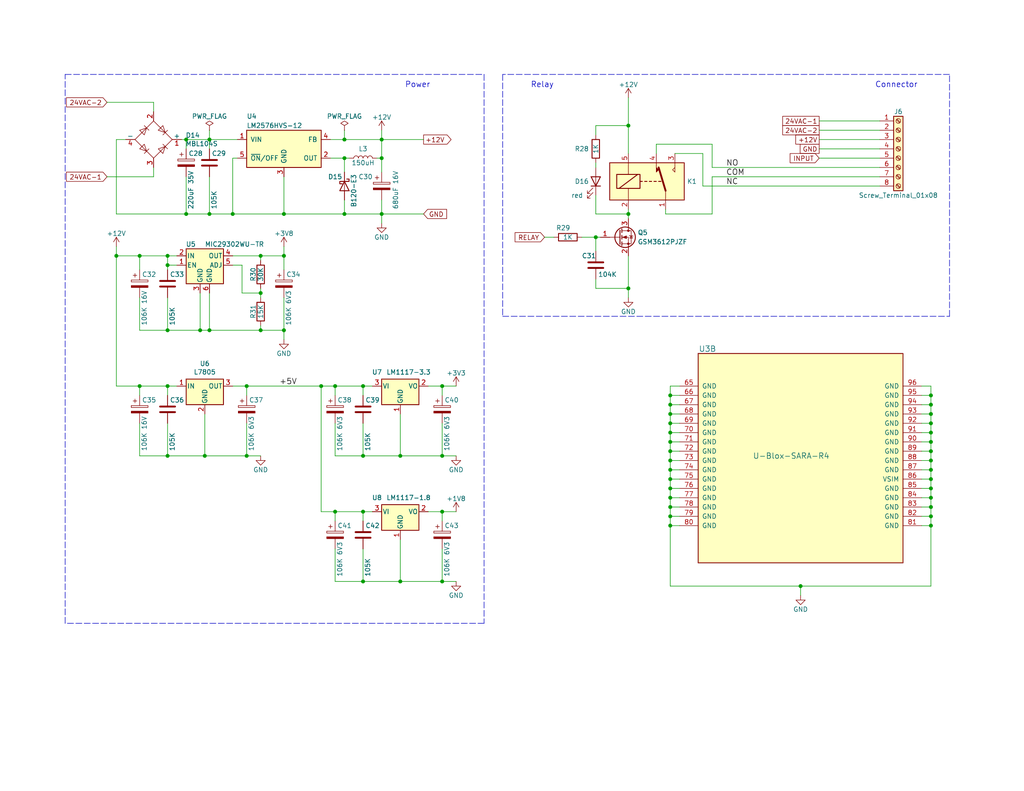
<source format=kicad_sch>
(kicad_sch (version 20211123) (generator eeschema)
  (paper "USLetter")
  (title_block (title "EISScube v.3.0 LTE") (date "2018-03-15") (rev "1.0") (company "IPKeys Technologies, LLC") (comment 1 "Yuriy Kozhynov (ykozhynov@ipkeys.com)"))
  (lib_symbols
    (symbol "Device:C" (pin_numbers hide) (pin_names (offset 0.254))
      (property "Reference" "C" (at 0.635 2.54 0))
      (property "Value" "C" (at 0.635 -2.54 0))
      (symbol "C_0_1"
        (polyline (pts (xy -2.032 -0.762) (xy 2.032 -0.762)) (stroke (width 0.508)))
        (polyline (pts (xy -2.032 0.762) (xy 2.032 0.762)) (stroke (width 0.508)))
      )
      (symbol "C_1_1"
        (pin passive line (at 0 3.81 270) (length 2.794) (name "~") (number "1"))
        (pin passive line (at 0 -3.81 90) (length 2.794) (name "~") (number "2"))
      )
    )
    (symbol "Device:L" (pin_numbers hide) (pin_names (offset 1.016) hide)
      (property "Reference" "L" (at -1.27 0 90))
      (property "Value" "L" (at 1.905 0 90))
      (symbol "L_0_1"
        (arc (start 0 -2.54) (mid 0.635 -1.905) (end 0 -1.27))
        (arc (start 0 -1.27) (mid 0.635 -0.635) (end 0 0))
        (arc (start 0 0) (mid 0.635 0.635) (end 0 1.27))
        (arc (start 0 1.27) (mid 0.635 1.905) (end 0 2.54))
      )
      (symbol "L_1_1"
        (pin passive line (at 0 3.81 270) (length 1.27) (name "1") (number "1"))
        (pin passive line (at 0 -3.81 90) (length 1.27) (name "2") (number "2"))
      )
    )
    (symbol "Device:LED" (pin_numbers hide) (pin_names (offset 1.016) hide)
      (property "Reference" "D" (at 0 2.54 0))
      (property "Value" "LED" (at 0 -2.54 0))
      (symbol "LED_0_1"
        (polyline (pts (xy -1.27 -1.27) (xy -1.27 1.27)) (stroke (width 0.254)))
        (polyline (pts (xy -1.27 0) (xy 1.27 0)))
        (polyline (pts (xy 1.27 -1.27) (xy 1.27 1.27) (xy -1.27 0) (xy 1.27 -1.27)) (stroke (width 0.254)))
        (polyline (pts (xy -3.048 -0.762) (xy -4.572 -2.286) (xy -3.81 -2.286) (xy -4.572 -2.286) (xy -4.572 -1.524)))
        (polyline (pts (xy -1.778 -0.762) (xy -3.302 -2.286) (xy -2.54 -2.286) (xy -3.302 -2.286) (xy -3.302 -1.524)))
      )
      (symbol "LED_1_1"
        (pin passive line (at -3.81 0 0) (length 2.54) (name "K") (number "1"))
        (pin passive line (at 3.81 0 180) (length 2.54) (name "A") (number "2"))
      )
    )
    (symbol "Device:Q_NMOS_GSD" (pin_names (offset 0) hide)
      (property "Reference" "Q" (at 5.08 1.27 0))
      (property "Value" "Q_NMOS_GSD" (at 5.08 -1.27 0))
      (symbol "Q_NMOS_GSD_0_1"
        (polyline (pts (xy 0.254 0) (xy -2.54 0)))
        (polyline (pts (xy 0.254 1.905) (xy 0.254 -1.905)) (stroke (width 0.254)))
        (polyline (pts (xy 0.762 -1.27) (xy 0.762 -2.286)) (stroke (width 0.254)))
        (polyline (pts (xy 0.762 0.508) (xy 0.762 -0.508)) (stroke (width 0.254)))
        (polyline (pts (xy 0.762 2.286) (xy 0.762 1.27)) (stroke (width 0.254)))
        (polyline (pts (xy 2.54 2.54) (xy 2.54 1.778)))
        (polyline (pts (xy 2.54 -2.54) (xy 2.54 0) (xy 0.762 0)))
        (polyline (pts (xy 0.762 -1.778) (xy 3.302 -1.778) (xy 3.302 1.778) (xy 0.762 1.778)))
        (polyline (pts (xy 1.016 0) (xy 2.032 0.381) (xy 2.032 -0.381) (xy 1.016 0)) (fill (type outline)))
        (polyline (pts (xy 2.794 0.508) (xy 2.921 0.381) (xy 3.683 0.381) (xy 3.81 0.254)))
        (polyline (pts (xy 3.302 0.381) (xy 2.921 -0.254) (xy 3.683 -0.254) (xy 3.302 0.381)))
        (circle (center 1.651 0) (radius 2.794) (stroke (width 0.254)))
        (circle (center 2.54 -1.778) (radius 0.254) (fill (type outline)))
        (circle (center 2.54 1.778) (radius 0.254) (fill (type outline)))
      )
      (symbol "Q_NMOS_GSD_1_1"
        (pin input line (at -5.08 0 0) (length 2.54) (name "G") (number "1"))
        (pin passive line (at 2.54 -5.08 90) (length 2.54) (name "S") (number "2"))
        (pin passive line (at 2.54 5.08 270) (length 2.54) (name "D") (number "3"))
      )
    )
    (symbol "Device:R" (pin_numbers hide) (pin_names (offset 0))
      (property "Reference" "R" (at 2.032 0 90))
      (property "Value" "R" (at 0 0 90))
      (symbol "R_0_1"
        (rectangle (start -1.016 -2.54) (end 1.016 2.54) (stroke (width 0.254)))
      )
      (symbol "R_1_1"
        (pin passive line (at 0 3.81 270) (length 1.27) (name "~") (number "1"))
        (pin passive line (at 0 -3.81 90) (length 1.27) (name "~") (number "2"))
      )
    )
    (symbol "Diode:B120-E3" (pin_numbers hide) (pin_names hide)
      (property "Reference" "D" (at 0 2.54 0))
      (property "Value" "B120-E3" (at 0 -2.54 0))
      (symbol "B120-E3_0_1"
        (polyline (pts (xy 1.27 0) (xy -1.27 0)))
        (polyline (pts (xy 1.27 1.27) (xy 1.27 -1.27) (xy -1.27 0) (xy 1.27 1.27)) (stroke (width 0.254)))
        (polyline (pts (xy -1.905 0.635) (xy -1.905 1.27) (xy -1.27 1.27) (xy -1.27 -1.27) (xy -0.635 -1.27) (xy -0.635 -0.635)) (stroke (width 0.254)))
      )
      (symbol "B120-E3_1_1"
        (pin passive line (at -3.81 0 0) (length 2.54) (name "K") (number "1"))
        (pin passive line (at 3.81 0 180) (length 2.54) (name "A") (number "2"))
      )
    )
    (symbol "Diode_Bridge:MBL104S" (pin_names (offset 0))
      (property "Reference" "D" (at 2.54 6.985 0))
      (property "Value" "MBL104S" (at 2.54 5.08 0))
      (symbol "MBL104S_0_1"
        (polyline (pts (xy -2.54 3.81) (xy -1.27 2.54)))
        (polyline (pts (xy -1.27 -2.54) (xy -2.54 -3.81)))
        (polyline (pts (xy 2.54 -1.27) (xy 3.81 -2.54)))
        (polyline (pts (xy 2.54 1.27) (xy 3.81 2.54)))
        (polyline (pts (xy -3.81 2.54) (xy -2.54 1.27) (xy -1.905 3.175) (xy -3.81 2.54)))
        (polyline (pts (xy -2.54 -1.27) (xy -3.81 -2.54) (xy -1.905 -3.175) (xy -2.54 -1.27)))
        (polyline (pts (xy 1.27 2.54) (xy 2.54 3.81) (xy 3.175 1.905) (xy 1.27 2.54)))
        (polyline (pts (xy 3.175 -1.905) (xy 1.27 -2.54) (xy 2.54 -3.81) (xy 3.175 -1.905)))
        (polyline (pts (xy -5.08 0) (xy 0 -5.08) (xy 5.08 0) (xy 0 5.08) (xy -5.08 0)))
      )
      (symbol "MBL104S_1_1"
        (pin passive line (at 7.62 0 180) (length 2.54) (name "+") (number "1"))
        (pin passive line (at 0 7.62 270) (length 2.54) (name "~") (number "2"))
        (pin passive line (at 0 -7.62 90) (length 2.54) (name "~") (number "3"))
        (pin passive line (at -7.62 0 0) (length 2.54) (name "-") (number "4"))
      )
    )
    (symbol "EISScube-v3.0-LTE-rescue:CP-Device" (pin_numbers hide) (pin_names (offset 0.254))
      (property "Reference" "C" (at 0.635 2.54 0))
      (property "Value" "CP-Device" (at 0.635 -2.54 0))
      (symbol "CP-Device_0_1"
        (rectangle (start -2.286 0.508) (end 2.286 1.016))
        (polyline (pts (xy -1.778 2.286) (xy -0.762 2.286)))
        (polyline (pts (xy -1.27 2.794) (xy -1.27 1.778)))
        (rectangle (start 2.286 -0.508) (end -2.286 -1.016) (fill (type outline)))
      )
      (symbol "CP-Device_1_1"
        (pin passive line (at 0 3.81 270) (length 2.794) (name "~") (number "1"))
        (pin passive line (at 0 -3.81 90) (length 2.794) (name "~") (number "2"))
      )
    )
    (symbol "EISScube-v3.0-LTE-rescue:LM1117-1.8-regul" (pin_names (offset 0.254))
      (property "Reference" "U" (at -3.81 3.175 0))
      (property "Value" "EISScube-v3.0-LTE-rescue_LM1117-1.8-regul" (at 0 3.175 0))
      (symbol "LM1117-1.8-regul_0_1"
        (rectangle (start -5.08 -5.08) (end 5.08 1.905) (stroke (width 0.254)) (fill (type background)))
      )
      (symbol "LM1117-1.8-regul_1_1"
        (pin power_in line (at 0 -7.62 90) (length 2.54) (name "GND") (number "1"))
        (pin power_out line (at 7.62 0 180) (length 2.54) (name "VO") (number "2"))
        (pin power_in line (at -7.62 0 0) (length 2.54) (name "VI") (number "3"))
      )
    )
    (symbol "EISScube-v3.0-LTE-rescue:LM1117-3.3-regul" (pin_names (offset 0.254))
      (property "Reference" "U" (at -3.81 3.175 0))
      (property "Value" "EISScube-v3.0-LTE-rescue_LM1117-3.3-regul" (at 0 3.175 0))
      (symbol "LM1117-3.3-regul_0_1"
        (rectangle (start -5.08 -5.08) (end 5.08 1.905) (stroke (width 0.254)) (fill (type background)))
      )
      (symbol "LM1117-3.3-regul_1_1"
        (pin power_in line (at 0 -7.62 90) (length 2.54) (name "GND") (number "1"))
        (pin power_out line (at 7.62 0 180) (length 2.54) (name "VO") (number "2"))
        (pin power_in line (at -7.62 0 0) (length 2.54) (name "VI") (number "3"))
      )
    )
    (symbol "EISScube-v3.0-LTE-rescue:Screw_Terminal_01x08-conn" (pin_names (offset 1.016) hide)
      (property "Reference" "J" (at 0 10.16 0))
      (property "Value" "EISScube-v3.0-LTE-rescue_Screw_Terminal_01x08-conn" (at 0 -12.7 0))
      (symbol "Screw_Terminal_01x08-conn_1_1"
        (rectangle (start -1.27 8.89) (end 1.27 -11.43) (stroke (width 0.254)) (fill (type background)))
        (circle (center 0 -10.16) (radius 0.635) (stroke (width 0.1524)))
        (circle (center 0 -7.62) (radius 0.635) (stroke (width 0.1524)))
        (circle (center 0 -5.08) (radius 0.635) (stroke (width 0.1524)))
        (circle (center 0 -2.54) (radius 0.635) (stroke (width 0.1524)))
        (polyline (pts (xy -0.5334 -9.8298) (xy 0.3302 -10.668)) (stroke (width 0.1524)))
        (polyline (pts (xy -0.5334 -7.2898) (xy 0.3302 -8.128)) (stroke (width 0.1524)))
        (polyline (pts (xy -0.5334 -4.7498) (xy 0.3302 -5.588)) (stroke (width 0.1524)))
        (polyline (pts (xy -0.5334 -2.2098) (xy 0.3302 -3.048)) (stroke (width 0.1524)))
        (polyline (pts (xy -0.5334 0.3302) (xy 0.3302 -0.508)) (stroke (width 0.1524)))
        (polyline (pts (xy -0.5334 2.8702) (xy 0.3302 2.032)) (stroke (width 0.1524)))
        (polyline (pts (xy -0.5334 5.4102) (xy 0.3302 4.572)) (stroke (width 0.1524)))
        (polyline (pts (xy -0.5334 7.9502) (xy 0.3302 7.112)) (stroke (width 0.1524)))
        (polyline (pts (xy -0.3556 -9.652) (xy 0.508 -10.4902)) (stroke (width 0.1524)))
        (polyline (pts (xy -0.3556 -7.112) (xy 0.508 -7.9502)) (stroke (width 0.1524)))
        (polyline (pts (xy -0.3556 -4.572) (xy 0.508 -5.4102)) (stroke (width 0.1524)))
        (polyline (pts (xy -0.3556 -2.032) (xy 0.508 -2.8702)) (stroke (width 0.1524)))
        (polyline (pts (xy -0.3556 0.508) (xy 0.508 -0.3302)) (stroke (width 0.1524)))
        (polyline (pts (xy -0.3556 3.048) (xy 0.508 2.2098)) (stroke (width 0.1524)))
        (polyline (pts (xy -0.3556 5.588) (xy 0.508 4.7498)) (stroke (width 0.1524)))
        (polyline (pts (xy -0.3556 8.128) (xy 0.508 7.2898)) (stroke (width 0.1524)))
        (circle (center 0 0) (radius 0.635) (stroke (width 0.1524)))
        (circle (center 0 2.54) (radius 0.635) (stroke (width 0.1524)))
        (circle (center 0 5.08) (radius 0.635) (stroke (width 0.1524)))
        (circle (center 0 7.62) (radius 0.635) (stroke (width 0.1524)))
        (pin passive line (at -5.08 7.62 0) (length 3.81) (name "Pin_1") (number "1"))
        (pin passive line (at -5.08 5.08 0) (length 3.81) (name "Pin_2") (number "2"))
        (pin passive line (at -5.08 2.54 0) (length 3.81) (name "Pin_3") (number "3"))
        (pin passive line (at -5.08 0 0) (length 3.81) (name "Pin_4") (number "4"))
        (pin passive line (at -5.08 -2.54 0) (length 3.81) (name "Pin_5") (number "5"))
        (pin passive line (at -5.08 -5.08 0) (length 3.81) (name "Pin_6") (number "6"))
        (pin passive line (at -5.08 -7.62 0) (length 3.81) (name "Pin_7") (number "7"))
        (pin passive line (at -5.08 -10.16 0) (length 3.81) (name "Pin_8") (number "8"))
      )
    )
    (symbol "EISScube_LTE:LM2576HVS-12" (pin_names (offset 1.016))
      (property "Reference" "U" (at -10.16 8.89 0))
      (property "Value" "LM2576HVS-12" (at -10.16 6.35 0))
      (symbol "LM2576HVS-12_0_1"
        (rectangle (start -10.16 5.08) (end 10.16 -5.08) (stroke (width 0.254)) (fill (type background)))
      )
      (symbol "LM2576HVS-12_1_1"
        (pin power_in line (at -12.7 2.54 0) (length 2.54) (name "VIN") (number "1"))
        (pin power_out line (at 12.7 -2.54 180) (length 2.54) (name "OUT") (number "2"))
        (pin power_in line (at 0 -7.62 90) (length 2.54) (name "GND") (number "3"))
        (pin input line (at 12.7 2.54 180) (length 2.54) (name "FB") (number "4"))
        (pin input line (at -12.7 -2.54 0) (length 2.54) (name "~{ON}/OFF") (number "5"))
      )
    )
    (symbol "EISScube_LTE:MIC29302WU-TR" (pin_names (offset 0.254))
      (property "Reference" "U" (at -3.81 5.715 0))
      (property "Value" "MIC29302WU-TR" (at 0 5.715 0))
      (symbol "MIC29302WU-TR_0_1"
        (rectangle (start -5.08 4.445) (end 5.08 -5.08) (stroke (width 0.254)) (fill (type background)))
      )
      (symbol "MIC29302WU-TR_1_1"
        (pin input line (at -7.62 0 0) (length 2.54) (name "EN") (number "1"))
        (pin power_in line (at -7.62 2.54 0) (length 2.54) (name "IN") (number "2"))
        (pin power_in line (at -1.27 -7.62 90) (length 2.54) (name "GND") (number "3"))
        (pin power_out line (at 7.62 2.54 180) (length 2.54) (name "OUT") (number "4"))
        (pin input line (at 7.62 0 180) (length 2.54) (name "ADJ") (number "5"))
        (pin power_in line (at 1.27 -7.62 90) (length 2.54) (name "GND") (number "6"))
      )
    )
    (symbol "EISScube_LTE:U-Blox-SARA-R4" (pin_names (offset 1.016))
      (property "Reference" "U" (at -29.21 30.48 0))
      (property "Value" "U-Blox-SARA-R4" (at -6.35 1.27 0))
      (symbol "U-Blox-SARA-R4_0_1"
        (rectangle (start -31.75 29.21) (end 24.13 -27.94) (stroke (width 0.254)) (fill (type background)))
      )
      (symbol "U-Blox-SARA-R4_1_1"
        (pin input line (at -36.83 25.4 0) (length 5.08) (name "GND") (number "1"))
        (pin passive line (at -36.83 2.54 0) (length 5.08) (name "RTS") (number "10"))
        (pin passive line (at -36.83 0 0) (length 5.08) (name "CTS") (number "11"))
        (pin passive line (at -36.83 -2.54 0) (length 5.08) (name "TXD") (number "12"))
        (pin passive line (at -36.83 -5.08 0) (length 5.08) (name "RXD") (number "13"))
        (pin passive line (at -36.83 -7.62 0) (length 5.08) (name "GND") (number "14"))
        (pin passive line (at -36.83 -10.16 0) (length 5.08) (name "PWR_ON") (number "15"))
        (pin passive line (at -36.83 -12.7 0) (length 5.08) (name "GPIO1") (number "16"))
        (pin passive line (at -36.83 -15.24 0) (length 5.08) (name "VUSB_DET") (number "17"))
        (pin passive line (at -36.83 -17.78 0) (length 5.08) (name "RESET_N") (number "18"))
        (pin passive line (at -36.83 -20.32 0) (length 5.08) (name "GPIO6") (number "19"))
        (pin input line (at -36.83 22.86 0) (length 5.08) (name "RSVD") (number "2"))
        (pin passive line (at -36.83 -22.86 0) (length 5.08) (name "GND") (number "20"))
        (pin passive line (at -36.83 -25.4 0) (length 5.08) (name "GND") (number "21"))
        (pin passive line (at -20.32 -33.02 90) (length 5.08) (name "GND") (number "22"))
        (pin passive line (at -17.78 -33.02 90) (length 5.08) (name "GPIO2") (number "23"))
        (pin passive line (at -15.24 -33.02 90) (length 5.08) (name "GPIO3") (number "24"))
        (pin passive line (at -12.7 -33.02 90) (length 5.08) (name "GPIO4") (number "25"))
        (pin passive line (at -10.16 -33.02 90) (length 5.08) (name "SDA") (number "26"))
        (pin passive line (at -7.62 -33.02 90) (length 5.08) (name "SCL") (number "27"))
        (pin passive line (at -5.08 -33.02 90) (length 5.08) (name "USB_D-") (number "28"))
        (pin passive line (at -2.54 -33.02 90) (length 5.08) (name "USB_D+") (number "29"))
        (pin passive line (at -36.83 20.32 0) (length 5.08) (name "GND") (number "3"))
        (pin passive line (at 0 -33.02 90) (length 5.08) (name "GND") (number "30"))
        (pin passive line (at 2.54 -33.02 90) (length 5.08) (name "RSVD") (number "31"))
        (pin passive line (at 5.08 -33.02 90) (length 5.08) (name "GND") (number "32"))
        (pin passive line (at 29.21 -25.4 180) (length 5.08) (name "RSVD") (number "33"))
        (pin passive line (at 29.21 -22.86 180) (length 5.08) (name "I2S_WA/SPI_MOSI") (number "34"))
        (pin passive line (at 29.21 -20.32 180) (length 5.08) (name "I2S_TXD/SPI_CS") (number "35"))
        (pin passive line (at 29.21 -17.78 180) (length 5.08) (name "I2S_CLK/SPI_CS") (number "36"))
        (pin passive line (at 29.21 -15.24 180) (length 5.08) (name "I2S_RXD/SPI_MISO") (number "37"))
        (pin passive line (at 29.21 -12.7 180) (length 5.08) (name "SIM_CLK") (number "38"))
        (pin passive line (at 29.21 -10.16 180) (length 5.08) (name "SIM_IO") (number "39"))
        (pin passive line (at -36.83 17.78 0) (length 5.08) (name "V_INT") (number "4"))
        (pin passive line (at 29.21 -7.62 180) (length 5.08) (name "SIM_RST") (number "40"))
        (pin power_out line (at 29.21 -5.08 180) (length 5.08) (name "VSIM") (number "41"))
        (pin passive line (at 29.21 -2.54 180) (length 5.08) (name "GPIO5") (number "42"))
        (pin passive line (at 29.21 0 180) (length 5.08) (name "GND") (number "43"))
        (pin passive line (at 29.21 2.54 180) (length 5.08) (name "SDIO_D2") (number "44"))
        (pin passive line (at 29.21 5.08 180) (length 5.08) (name "SDIO_CLK") (number "45"))
        (pin passive line (at 29.21 7.62 180) (length 5.08) (name "SDIO_CMD") (number "46"))
        (pin passive line (at 29.21 10.16 180) (length 5.08) (name "SDIO_D0") (number "47"))
        (pin passive line (at 29.21 12.7 180) (length 5.08) (name "SDIO_D3") (number "48"))
        (pin passive line (at 29.21 15.24 180) (length 5.08) (name "SDIO_D1") (number "49"))
        (pin passive line (at -36.83 15.24 0) (length 5.08) (name "GND") (number "5"))
        (pin passive line (at 29.21 17.78 180) (length 5.08) (name "GND") (number "50"))
        (pin passive line (at 29.21 20.32 180) (length 5.08) (name "VCC") (number "51"))
        (pin passive line (at 29.21 22.86 180) (length 5.08) (name "VCC") (number "52"))
        (pin passive line (at 29.21 25.4 180) (length 5.08) (name "VCC") (number "53"))
        (pin passive line (at 5.08 34.29 270) (length 5.08) (name "GND") (number "54"))
        (pin passive line (at 2.54 34.29 270) (length 5.08) (name "GND") (number "55"))
        (pin passive line (at 0 34.29 270) (length 5.08) (name "ANT") (number "56"))
        (pin passive line (at -2.54 34.29 270) (length 5.08) (name "GND") (number "57"))
        (pin passive line (at -5.08 34.29 270) (length 5.08) (name "GND") (number "58"))
        (pin passive line (at -7.62 34.29 270) (length 5.08) (name "GND") (number "59"))
        (pin passive line (at -36.83 12.7 0) (length 5.08) (name "DSR") (number "6"))
        (pin passive line (at -10.16 34.29 270) (length 5.08) (name "GND") (number "60"))
        (pin passive line (at -12.7 34.29 270) (length 5.08) (name "GND") (number "61"))
        (pin passive line (at -15.24 34.29 270) (length 5.08) (name "ANT_DET") (number "62"))
        (pin passive line (at -17.78 34.29 270) (length 5.08) (name "GND") (number "63"))
        (pin passive line (at -20.32 34.29 270) (length 5.08) (name "GND") (number "64"))
        (pin passive line (at -36.83 10.16 0) (length 5.08) (name "RI") (number "7"))
        (pin passive line (at -36.83 7.62 0) (length 5.08) (name "DCD") (number "8"))
        (pin passive line (at -36.83 5.08 0) (length 5.08) (name "DTR") (number "9"))
      )
      (symbol "U-Blox-SARA-R4_2_1"
        (pin power_in line (at -36.83 20.32 0) (length 5.08) (name "GND") (number "65"))
        (pin power_in line (at -36.83 17.78 0) (length 5.08) (name "GND") (number "66"))
        (pin power_in line (at -36.83 15.24 0) (length 5.08) (name "GND") (number "67"))
        (pin power_in line (at -36.83 12.7 0) (length 5.08) (name "GND") (number "68"))
        (pin power_in line (at -36.83 10.16 0) (length 5.08) (name "GND") (number "69"))
        (pin power_in line (at -36.83 7.62 0) (length 5.08) (name "GND") (number "70"))
        (pin power_in line (at -36.83 5.08 0) (length 5.08) (name "GND") (number "71"))
        (pin power_in line (at -36.83 2.54 0) (length 5.08) (name "GND") (number "72"))
        (pin power_in line (at -36.83 0 0) (length 5.08) (name "GND") (number "73"))
        (pin power_in line (at -36.83 -2.54 0) (length 5.08) (name "GND") (number "74"))
        (pin power_in line (at -36.83 -5.08 0) (length 5.08) (name "GND") (number "75"))
        (pin power_in line (at -36.83 -7.62 0) (length 5.08) (name "GND") (number "76"))
        (pin power_in line (at -36.83 -10.16 0) (length 5.08) (name "GND") (number "77"))
        (pin power_in line (at -36.83 -12.7 0) (length 5.08) (name "GND") (number "78"))
        (pin power_in line (at -36.83 -15.24 0) (length 5.08) (name "GND") (number "79"))
        (pin power_in line (at -36.83 -17.78 0) (length 5.08) (name "GND") (number "80"))
        (pin power_in line (at 29.21 -17.78 180) (length 5.08) (name "GND") (number "81"))
        (pin power_in line (at 29.21 -15.24 180) (length 5.08) (name "GND") (number "82"))
        (pin power_in line (at 29.21 -12.7 180) (length 5.08) (name "GND") (number "83"))
        (pin power_in line (at 29.21 -10.16 180) (length 5.08) (name "GND") (number "84"))
        (pin power_in line (at 29.21 -7.62 180) (length 5.08) (name "GND") (number "85"))
        (pin power_out line (at 29.21 -5.08 180) (length 5.08) (name "VSIM") (number "86"))
        (pin power_in line (at 29.21 -2.54 180) (length 5.08) (name "GND") (number "87"))
        (pin power_in line (at 29.21 0 180) (length 5.08) (name "GND") (number "88"))
        (pin power_in line (at 29.21 2.54 180) (length 5.08) (name "GND") (number "89"))
        (pin power_in line (at 29.21 5.08 180) (length 5.08) (name "GND") (number "90"))
        (pin power_in line (at 29.21 7.62 180) (length 5.08) (name "GND") (number "91"))
        (pin power_in line (at 29.21 10.16 180) (length 5.08) (name "GND") (number "92"))
        (pin power_in line (at 29.21 12.7 180) (length 5.08) (name "GND") (number "93"))
        (pin power_in line (at 29.21 15.24 180) (length 5.08) (name "GND") (number "94"))
        (pin power_in line (at 29.21 17.78 180) (length 5.08) (name "GND") (number "95"))
        (pin power_in line (at 29.21 20.32 180) (length 5.08) (name "GND") (number "96"))
      )
    )
    (symbol "Regulator_Linear:L7805" (pin_names (offset 0.254))
      (property "Reference" "U" (at -3.81 3.175 0))
      (property "Value" "L7805" (at 0 3.175 0))
      (symbol "L7805_0_1"
        (rectangle (start -5.08 1.905) (end 5.08 -5.08) (stroke (width 0.254)) (fill (type background)))
      )
      (symbol "L7805_1_1"
        (pin power_in line (at -7.62 0 0) (length 2.54) (name "IN") (number "1"))
        (pin power_in line (at 0 -7.62 90) (length 2.54) (name "GND") (number "2"))
        (pin power_out line (at 7.62 0 180) (length 2.54) (name "OUT") (number "3"))
      )
    )
    (symbol "Relay:SANYOU_SRD_Form_C"
      (property "Reference" "K" (at 11.43 3.81 0))
      (property "Value" "SANYOU_SRD_Form_C" (at 11.43 1.27 0))
      (symbol "SANYOU_SRD_Form_C_0_0"
        (polyline (pts (xy 7.62 5.08) (xy 7.62 2.54) (xy 6.985 3.175) (xy 7.62 3.81)))
      )
      (symbol "SANYOU_SRD_Form_C_0_1"
        (rectangle (start -10.16 5.08) (end 10.16 -5.08) (stroke (width 0.254)) (fill (type background)))
        (rectangle (start -8.255 1.905) (end -1.905 -1.905) (stroke (width 0.254)))
        (polyline (pts (xy -7.62 -1.905) (xy -2.54 1.905)) (stroke (width 0.254)))
        (polyline (pts (xy -5.08 -5.08) (xy -5.08 -1.905)))
        (polyline (pts (xy -5.08 5.08) (xy -5.08 1.905)))
        (polyline (pts (xy -1.905 0) (xy -1.27 0)) (stroke (width 0.254)))
        (polyline (pts (xy -0.635 0) (xy 0 0)) (stroke (width 0.254)))
        (polyline (pts (xy 0.635 0) (xy 1.27 0)) (stroke (width 0.254)))
        (polyline (pts (xy 1.905 0) (xy 2.54 0)) (stroke (width 0.254)))
        (polyline (pts (xy 3.175 0) (xy 3.81 0)) (stroke (width 0.254)))
        (polyline (pts (xy 5.08 -2.54) (xy 3.175 3.81)) (stroke (width 0.508)))
        (polyline (pts (xy 5.08 -2.54) (xy 5.08 -5.08)))
      )
      (symbol "SANYOU_SRD_Form_C_1_1"
        (polyline (pts (xy 2.54 3.81) (xy 3.175 3.175) (xy 2.54 2.54) (xy 2.54 5.08)) (fill (type outline)))
        (pin passive line (at 5.08 -7.62 90) (length 2.54) (name "~") (number "1"))
        (pin passive line (at -5.08 -7.62 90) (length 2.54) (name "~") (number "2"))
        (pin passive line (at 7.62 7.62 270) (length 2.54) (name "~") (number "3"))
        (pin passive line (at 2.54 7.62 270) (length 2.54) (name "~") (number "4"))
        (pin passive line (at -5.08 7.62 270) (length 2.54) (name "~") (number "5"))
      )
    )
    (symbol "power:+12V" (power) (pin_names (offset 0))
      (property "Value" "+12V" (at 0 3.556 0))
      (symbol "+12V_0_1"
        (polyline (pts (xy -0.762 1.27) (xy 0 2.54)))
        (polyline (pts (xy 0 0) (xy 0 2.54)))
        (polyline (pts (xy 0 2.54) (xy 0.762 1.27)))
      )
      (symbol "+12V_1_1"
        (pin power_in line (at 0 0 90) (length 0) hide (name "+12V") (number "1"))
      )
    )
    (symbol "power:+1V8" (power) (pin_names (offset 0))
      (property "Value" "+1V8" (at 0 3.556 0))
      (symbol "+1V8_0_1"
        (polyline (pts (xy -0.762 1.27) (xy 0 2.54)))
        (polyline (pts (xy 0 0) (xy 0 2.54)))
        (polyline (pts (xy 0 2.54) (xy 0.762 1.27)))
      )
      (symbol "+1V8_1_1"
        (pin power_in line (at 0 0 90) (length 0) hide (name "+1V8") (number "1"))
      )
    )
    (symbol "power:+3V3" (power) (pin_names (offset 0))
      (property "Value" "+3V3" (at 0 3.556 0))
      (symbol "+3V3_0_1"
        (polyline (pts (xy -0.762 1.27) (xy 0 2.54)))
        (polyline (pts (xy 0 0) (xy 0 2.54)))
        (polyline (pts (xy 0 2.54) (xy 0.762 1.27)))
      )
      (symbol "+3V3_1_1"
        (pin power_in line (at 0 0 90) (length 0) hide (name "+3V3") (number "1"))
      )
    )
    (symbol "power:+3V8" (power) (pin_names (offset 0))
      (property "Value" "+3V8" (at 0 3.556 0))
      (symbol "+3V8_0_1"
        (polyline (pts (xy -0.762 1.27) (xy 0 2.54)))
        (polyline (pts (xy 0 0) (xy 0 2.54)))
        (polyline (pts (xy 0 2.54) (xy 0.762 1.27)))
      )
      (symbol "+3V8_1_1"
        (pin power_in line (at 0 0 90) (length 0) hide (name "+3V8") (number "1"))
      )
    )
    (symbol "power:GND" (power) (pin_names (offset 0))
      (property "Value" "GND" (at 0 -3.81 0))
      (symbol "GND_0_1"
        (polyline (pts (xy 0 0) (xy 0 -1.27) (xy 1.27 -1.27) (xy 0 -2.54) (xy -1.27 -1.27) (xy 0 -1.27)))
      )
      (symbol "GND_1_1"
        (pin power_in line (at 0 0 270) (length 0) hide (name "GND") (number "1"))
      )
    )
    (symbol "power:PWR_FLAG" (power) (pin_numbers hide) (pin_names (offset 0) hide)
      (property "Value" "PWR_FLAG" (at 0 3.81 0))
      (symbol "PWR_FLAG_0_0"
        (pin power_out line (at 0 0 90) (length 0) (name "pwr") (number "1"))
      )
      (symbol "PWR_FLAG_0_1"
        (polyline (pts (xy 0 0) (xy 0 1.27) (xy -1.016 1.905) (xy 0 2.54) (xy 1.016 1.905) (xy 0 1.27)))
      )
    )
  )
  (junction (at 254 113.03))
  (junction (at 254 135.89))
  (junction (at 182.88 115.57))
  (junction (at 45.72 105.41))
  (junction (at 254 138.43))
  (junction (at 104.14 38.1))
  (junction (at 254 123.19))
  (junction (at 87.63 105.41))
  (junction (at 254 115.57))
  (junction (at 182.88 110.49))
  (junction (at 120.65 105.41))
  (junction (at 91.44 139.7))
  (junction (at 254 140.97))
  (junction (at 93.98 58.42))
  (junction (at 93.98 43.18))
  (junction (at 171.45 58.42))
  (junction (at 77.47 58.42))
  (junction (at 104.14 43.18))
  (junction (at 182.88 125.73))
  (junction (at 71.12 90.17))
  (junction (at 71.12 69.85))
  (junction (at 57.15 90.17))
  (junction (at 109.22 158.75))
  (junction (at 45.72 90.17))
  (junction (at 120.65 158.75))
  (junction (at 182.88 138.43))
  (junction (at 254 143.51))
  (junction (at 77.47 69.85))
  (junction (at 50.8 58.42))
  (junction (at 254 133.35))
  (junction (at 182.88 143.51))
  (junction (at 254 125.73))
  (junction (at 218.44 160.02))
  (junction (at 182.88 123.19))
  (junction (at 171.45 34.29))
  (junction (at 109.22 124.46))
  (junction (at 182.88 135.89))
  (junction (at 182.88 130.81))
  (junction (at 99.06 139.7))
  (junction (at 45.72 69.85))
  (junction (at 57.15 38.1))
  (junction (at 182.88 120.65))
  (junction (at 182.88 113.03))
  (junction (at 99.06 105.41))
  (junction (at 254 107.95))
  (junction (at 254 130.81))
  (junction (at 71.12 80.01))
  (junction (at 67.31 124.46))
  (junction (at 162.56 64.77))
  (junction (at 63.5 58.42))
  (junction (at 182.88 133.35))
  (junction (at 182.88 140.97))
  (junction (at 182.88 128.27))
  (junction (at 57.15 58.42))
  (junction (at 50.8 38.1))
  (junction (at 38.1 105.41))
  (junction (at 254 120.65))
  (junction (at 120.65 124.46))
  (junction (at 91.44 105.41))
  (junction (at 45.72 72.39))
  (junction (at 182.88 118.11))
  (junction (at 254 118.11))
  (junction (at 38.1 69.85))
  (junction (at 120.65 139.7))
  (junction (at 55.88 124.46))
  (junction (at 77.47 90.17))
  (junction (at 93.98 38.1))
  (junction (at 171.45 78.74))
  (junction (at 182.88 107.95))
  (junction (at 99.06 124.46))
  (junction (at 67.31 105.41))
  (junction (at 31.75 69.85))
  (junction (at 254 128.27))
  (junction (at 104.14 58.42))
  (junction (at 254 110.49))
  (junction (at 99.06 158.75))
  (junction (at 45.72 124.46))
  (junction (at 54.61 90.17))
  (wire (pts (xy 120.65 105.41) (xy 120.65 107.95)))
  (wire (pts (xy 45.72 69.85) (xy 45.72 72.39)))
  (wire (pts (xy 254 140.97) (xy 254 138.43)))
  (wire (pts (xy 185.42 138.43) (xy 182.88 138.43)))
  (wire (pts (xy 251.46 118.11) (xy 254 118.11)))
  (wire (pts (xy 93.98 35.56) (xy 93.98 38.1)))
  (wire (pts (xy 45.72 81.28) (xy 45.72 90.17)))
  (wire (pts (xy 185.42 140.97) (xy 182.88 140.97)))
  (wire (pts (xy 223.52 35.56) (xy 240.03 35.56)))
  (wire (pts (xy 38.1 107.95) (xy 38.1 105.41)))
  (wire (pts (xy 223.52 38.1) (xy 240.03 38.1)))
  (wire (pts (xy 64.77 43.18) (xy 63.5 43.18)))
  (wire (pts (xy 45.72 90.17) (xy 54.61 90.17)))
  (wire (pts (xy 50.8 40.64) (xy 50.8 38.1)))
  (wire (pts (xy 45.72 115.57) (xy 45.72 124.46)))
  (polyline (pts (xy 137.16 20.32) (xy 137.16 86.36)))
  (wire (pts (xy 120.65 105.41) (xy 124.46 105.41)))
  (wire (pts (xy 251.46 120.65) (xy 254 120.65)))
  (wire (pts (xy 182.88 115.57) (xy 182.88 118.11)))
  (wire (pts (xy 218.44 160.02) (xy 254 160.02)))
  (wire (pts (xy 55.88 113.03) (xy 55.88 124.46)))
  (wire (pts (xy 191.77 50.8) (xy 240.03 50.8)))
  (wire (pts (xy 104.14 38.1) (xy 115.57 38.1)))
  (wire (pts (xy 251.46 140.97) (xy 254 140.97)))
  (wire (pts (xy 67.31 124.46) (xy 67.31 115.57)))
  (wire (pts (xy 223.52 33.02) (xy 240.03 33.02)))
  (wire (pts (xy 91.44 124.46) (xy 99.06 124.46)))
  (wire (pts (xy 171.45 57.15) (xy 171.45 58.42)))
  (wire (pts (xy 182.88 160.02) (xy 218.44 160.02)))
  (wire (pts (xy 99.06 158.75) (xy 109.22 158.75)))
  (wire (pts (xy 104.14 58.42) (xy 104.14 60.96)))
  (wire (pts (xy 185.42 120.65) (xy 182.88 120.65)))
  (wire (pts (xy 179.07 39.37) (xy 194.31 39.37)))
  (wire (pts (xy 194.31 45.72) (xy 240.03 45.72)))
  (wire (pts (xy 38.1 69.85) (xy 38.1 73.66)))
  (wire (pts (xy 151.13 64.77) (xy 148.59 64.77)))
  (wire (pts (xy 185.42 133.35) (xy 182.88 133.35)))
  (wire (pts (xy 63.5 105.41) (xy 67.31 105.41)))
  (wire (pts (xy 50.8 38.1) (xy 57.15 38.1)))
  (wire (pts (xy 223.52 40.64) (xy 240.03 40.64)))
  (wire (pts (xy 99.06 124.46) (xy 109.22 124.46)))
  (wire (pts (xy 87.63 105.41) (xy 91.44 105.41)))
  (wire (pts (xy 63.5 43.18) (xy 63.5 58.42)))
  (wire (pts (xy 181.61 58.42) (xy 194.31 58.42)))
  (wire (pts (xy 162.56 68.58) (xy 162.56 64.77)))
  (wire (pts (xy 171.45 26.67) (xy 171.45 34.29)))
  (wire (pts (xy 182.88 143.51) (xy 182.88 160.02)))
  (wire (pts (xy 254 160.02) (xy 254 143.51)))
  (wire (pts (xy 254 115.57) (xy 254 113.03)))
  (wire (pts (xy 185.42 113.03) (xy 182.88 113.03)))
  (wire (pts (xy 57.15 58.42) (xy 63.5 58.42)))
  (wire (pts (xy 45.72 105.41) (xy 45.72 107.95)))
  (wire (pts (xy 120.65 158.75) (xy 120.65 149.86)))
  (wire (pts (xy 223.52 43.18) (xy 240.03 43.18)))
  (wire (pts (xy 182.88 105.41) (xy 182.88 107.95)))
  (wire (pts (xy 66.04 80.01) (xy 71.12 80.01)))
  (wire (pts (xy 66.04 72.39) (xy 66.04 80.01)))
  (wire (pts (xy 77.47 67.31) (xy 77.47 69.85)))
  (wire (pts (xy 45.72 105.41) (xy 48.26 105.41)))
  (wire (pts (xy 171.45 34.29) (xy 171.45 41.91)))
  (wire (pts (xy 251.46 107.95) (xy 254 107.95)))
  (wire (pts (xy 104.14 43.18) (xy 104.14 46.99)))
  (wire (pts (xy 77.47 81.28) (xy 77.47 90.17)))
  (wire (pts (xy 67.31 124.46) (xy 71.12 124.46)))
  (wire (pts (xy 57.15 48.26) (xy 57.15 58.42)))
  (wire (pts (xy 182.88 110.49) (xy 182.88 113.03)))
  (wire (pts (xy 254 118.11) (xy 254 115.57)))
  (wire (pts (xy 116.84 139.7) (xy 120.65 139.7)))
  (wire (pts (xy 171.45 58.42) (xy 171.45 59.69)))
  (wire (pts (xy 41.91 45.72) (xy 41.91 48.26)))
  (wire (pts (xy 185.42 130.81) (xy 182.88 130.81)))
  (wire (pts (xy 104.14 38.1) (xy 104.14 43.18)))
  (wire (pts (xy 182.88 133.35) (xy 182.88 135.89)))
  (wire (pts (xy 38.1 81.28) (xy 38.1 90.17)))
  (wire (pts (xy 162.56 64.77) (xy 163.83 64.77)))
  (wire (pts (xy 171.45 69.85) (xy 171.45 78.74)))
  (wire (pts (xy 31.75 38.1) (xy 31.75 58.42)))
  (wire (pts (xy 185.42 135.89) (xy 182.88 135.89)))
  (wire (pts (xy 218.44 162.56) (xy 218.44 160.02)))
  (wire (pts (xy 87.63 139.7) (xy 91.44 139.7)))
  (wire (pts (xy 254 107.95) (xy 254 105.41)))
  (wire (pts (xy 71.12 80.01) (xy 71.12 81.28)))
  (polyline (pts (xy 132.08 170.18) (xy 17.78 170.18)))
  (wire (pts (xy 194.31 58.42) (xy 194.31 48.26)))
  (wire (pts (xy 71.12 69.85) (xy 77.47 69.85)))
  (wire (pts (xy 158.75 64.77) (xy 162.56 64.77)))
  (wire (pts (xy 38.1 105.41) (xy 45.72 105.41)))
  (wire (pts (xy 54.61 90.17) (xy 57.15 90.17)))
  (polyline (pts (xy 132.08 20.32) (xy 132.08 170.18)))
  (wire (pts (xy 34.29 38.1) (xy 31.75 38.1)))
  (wire (pts (xy 45.72 124.46) (xy 55.88 124.46)))
  (wire (pts (xy 162.56 45.72) (xy 162.56 44.45)))
  (wire (pts (xy 182.88 128.27) (xy 182.88 130.81)))
  (wire (pts (xy 63.5 69.85) (xy 71.12 69.85)))
  (wire (pts (xy 104.14 54.61) (xy 104.14 58.42)))
  (wire (pts (xy 50.8 58.42) (xy 57.15 58.42)))
  (wire (pts (xy 171.45 78.74) (xy 171.45 81.28)))
  (wire (pts (xy 109.22 158.75) (xy 120.65 158.75)))
  (wire (pts (xy 38.1 115.57) (xy 38.1 124.46)))
  (wire (pts (xy 54.61 90.17) (xy 54.61 80.01)))
  (wire (pts (xy 162.56 78.74) (xy 162.56 76.2)))
  (wire (pts (xy 251.46 135.89) (xy 254 135.89)))
  (wire (pts (xy 99.06 105.41) (xy 101.6 105.41)))
  (wire (pts (xy 31.75 105.41) (xy 38.1 105.41)))
  (wire (pts (xy 184.15 41.91) (xy 191.77 41.91)))
  (wire (pts (xy 57.15 90.17) (xy 57.15 80.01)))
  (wire (pts (xy 185.42 105.41) (xy 182.88 105.41)))
  (wire (pts (xy 162.56 58.42) (xy 171.45 58.42)))
  (wire (pts (xy 91.44 142.24) (xy 91.44 139.7)))
  (wire (pts (xy 71.12 71.12) (xy 71.12 69.85)))
  (wire (pts (xy 120.65 139.7) (xy 124.46 139.7)))
  (wire (pts (xy 254 110.49) (xy 254 107.95)))
  (wire (pts (xy 67.31 105.41) (xy 87.63 105.41)))
  (wire (pts (xy 182.88 138.43) (xy 182.88 140.97)))
  (wire (pts (xy 55.88 124.46) (xy 67.31 124.46)))
  (wire (pts (xy 120.65 124.46) (xy 124.46 124.46)))
  (wire (pts (xy 71.12 90.17) (xy 71.12 88.9)))
  (wire (pts (xy 171.45 78.74) (xy 162.56 78.74)))
  (wire (pts (xy 185.42 143.51) (xy 182.88 143.51)))
  (wire (pts (xy 48.26 72.39) (xy 45.72 72.39)))
  (wire (pts (xy 254 113.03) (xy 254 110.49)))
  (wire (pts (xy 63.5 72.39) (xy 66.04 72.39)))
  (wire (pts (xy 99.06 107.95) (xy 99.06 105.41)))
  (wire (pts (xy 181.61 57.15) (xy 181.61 58.42)))
  (wire (pts (xy 194.31 39.37) (xy 194.31 45.72)))
  (wire (pts (xy 185.42 125.73) (xy 182.88 125.73)))
  (wire (pts (xy 185.42 110.49) (xy 182.88 110.49)))
  (wire (pts (xy 57.15 35.56) (xy 57.15 38.1)))
  (wire (pts (xy 57.15 38.1) (xy 64.77 38.1)))
  (wire (pts (xy 254 135.89) (xy 254 133.35)))
  (wire (pts (xy 109.22 158.75) (xy 109.22 147.32)))
  (wire (pts (xy 38.1 124.46) (xy 45.72 124.46)))
  (wire (pts (xy 99.06 142.24) (xy 99.06 139.7)))
  (wire (pts (xy 185.42 118.11) (xy 182.88 118.11)))
  (wire (pts (xy 251.46 128.27) (xy 254 128.27)))
  (wire (pts (xy 31.75 67.31) (xy 31.75 69.85)))
  (wire (pts (xy 57.15 38.1) (xy 57.15 40.64)))
  (wire (pts (xy 90.17 38.1) (xy 93.98 38.1)))
  (wire (pts (xy 185.42 123.19) (xy 182.88 123.19)))
  (polyline (pts (xy 17.78 170.18) (xy 17.78 20.32)))
  (wire (pts (xy 31.75 69.85) (xy 31.75 105.41)))
  (wire (pts (xy 99.06 139.7) (xy 101.6 139.7)))
  (wire (pts (xy 251.46 143.51) (xy 254 143.51)))
  (wire (pts (xy 109.22 124.46) (xy 120.65 124.46)))
  (wire (pts (xy 71.12 78.74) (xy 71.12 80.01)))
  (wire (pts (xy 251.46 110.49) (xy 254 110.49)))
  (wire (pts (xy 120.65 139.7) (xy 120.65 142.24)))
  (wire (pts (xy 90.17 43.18) (xy 93.98 43.18)))
  (wire (pts (xy 191.77 41.91) (xy 191.77 50.8)))
  (wire (pts (xy 71.12 90.17) (xy 77.47 90.17)))
  (wire (pts (xy 182.88 140.97) (xy 182.88 143.51)))
  (wire (pts (xy 77.47 69.85) (xy 77.47 73.66)))
  (wire (pts (xy 182.88 135.89) (xy 182.88 138.43)))
  (wire (pts (xy 91.44 105.41) (xy 99.06 105.41)))
  (wire (pts (xy 182.88 120.65) (xy 182.88 123.19)))
  (wire (pts (xy 41.91 48.26) (xy 29.21 48.26)))
  (wire (pts (xy 45.72 72.39) (xy 45.72 73.66)))
  (wire (pts (xy 99.06 158.75) (xy 99.06 149.86)))
  (wire (pts (xy 99.06 115.57) (xy 99.06 124.46)))
  (wire (pts (xy 182.88 107.95) (xy 182.88 110.49)))
  (wire (pts (xy 67.31 105.41) (xy 67.31 107.95)))
  (wire (pts (xy 185.42 128.27) (xy 182.88 128.27)))
  (wire (pts (xy 77.47 90.17) (xy 77.47 92.71)))
  (wire (pts (xy 93.98 58.42) (xy 104.14 58.42)))
  (wire (pts (xy 185.42 107.95) (xy 182.88 107.95)))
  (wire (pts (xy 91.44 107.95) (xy 91.44 105.41)))
  (wire (pts (xy 254 125.73) (xy 254 123.19)))
  (wire (pts (xy 45.72 69.85) (xy 48.26 69.85)))
  (wire (pts (xy 254 123.19) (xy 254 120.65)))
  (wire (pts (xy 93.98 54.61) (xy 93.98 58.42)))
  (wire (pts (xy 91.44 158.75) (xy 91.44 149.86)))
  (wire (pts (xy 63.5 58.42) (xy 77.47 58.42)))
  (wire (pts (xy 254 128.27) (xy 254 125.73)))
  (wire (pts (xy 104.14 58.42) (xy 115.57 58.42)))
  (polyline (pts (xy 259.08 86.36) (xy 259.08 20.32)))
  (polyline (pts (xy 259.08 20.32) (xy 137.16 20.32)))
  (wire (pts (xy 251.46 133.35) (xy 254 133.35)))
  (wire (pts (xy 254 138.43) (xy 254 135.89)))
  (wire (pts (xy 50.8 48.26) (xy 50.8 58.42)))
  (wire (pts (xy 38.1 69.85) (xy 45.72 69.85)))
  (wire (pts (xy 116.84 105.41) (xy 120.65 105.41)))
  (wire (pts (xy 93.98 43.18) (xy 95.25 43.18)))
  (wire (pts (xy 104.14 43.18) (xy 102.87 43.18)))
  (wire (pts (xy 251.46 130.81) (xy 254 130.81)))
  (wire (pts (xy 93.98 46.99) (xy 93.98 43.18)))
  (wire (pts (xy 182.88 130.81) (xy 182.88 133.35)))
  (wire (pts (xy 77.47 48.26) (xy 77.47 58.42)))
  (wire (pts (xy 104.14 35.56) (xy 104.14 38.1)))
  (wire (pts (xy 251.46 123.19) (xy 254 123.19)))
  (wire (pts (xy 182.88 123.19) (xy 182.88 125.73)))
  (wire (pts (xy 38.1 90.17) (xy 45.72 90.17)))
  (wire (pts (xy 162.56 36.83) (xy 162.56 34.29)))
  (wire (pts (xy 182.88 118.11) (xy 182.88 120.65)))
  (wire (pts (xy 91.44 115.57) (xy 91.44 124.46)))
  (polyline (pts (xy 17.78 20.32) (xy 132.08 20.32)))
  (wire (pts (xy 120.65 158.75) (xy 124.46 158.75)))
  (polyline (pts (xy 137.16 86.36) (xy 259.08 86.36)))
  (wire (pts (xy 251.46 125.73) (xy 254 125.73)))
  (wire (pts (xy 162.56 53.34) (xy 162.56 58.42)))
  (wire (pts (xy 251.46 115.57) (xy 254 115.57)))
  (wire (pts (xy 49.53 38.1) (xy 50.8 38.1)))
  (wire (pts (xy 91.44 139.7) (xy 99.06 139.7)))
  (wire (pts (xy 194.31 48.26) (xy 240.03 48.26)))
  (wire (pts (xy 254 130.81) (xy 254 128.27)))
  (wire (pts (xy 179.07 41.91) (xy 179.07 39.37)))
  (wire (pts (xy 254 143.51) (xy 254 140.97)))
  (wire (pts (xy 31.75 69.85) (xy 38.1 69.85)))
  (wire (pts (xy 254 105.41) (xy 251.46 105.41)))
  (wire (pts (xy 87.63 105.41) (xy 87.63 139.7)))
  (wire (pts (xy 182.88 113.03) (xy 182.88 115.57)))
  (wire (pts (xy 185.42 115.57) (xy 182.88 115.57)))
  (wire (pts (xy 57.15 90.17) (xy 71.12 90.17)))
  (wire (pts (xy 91.44 158.75) (xy 99.06 158.75)))
  (wire (pts (xy 251.46 138.43) (xy 254 138.43)))
  (wire (pts (xy 93.98 38.1) (xy 104.14 38.1)))
  (wire (pts (xy 162.56 34.29) (xy 171.45 34.29)))
  (wire (pts (xy 41.91 27.94) (xy 29.21 27.94)))
  (wire (pts (xy 251.46 113.03) (xy 254 113.03)))
  (wire (pts (xy 254 120.65) (xy 254 118.11)))
  (wire (pts (xy 120.65 124.46) (xy 120.65 115.57)))
  (wire (pts (xy 182.88 125.73) (xy 182.88 128.27)))
  (wire (pts (xy 109.22 113.03) (xy 109.22 124.46)))
  (wire (pts (xy 77.47 58.42) (xy 93.98 58.42)))
  (wire (pts (xy 31.75 58.42) (xy 50.8 58.42)))
  (wire (pts (xy 41.91 30.48) (xy 41.91 27.94)))
  (wire (pts (xy 254 133.35) (xy 254 130.81)))
  (text "Relay" (at 144.78 24.13 0) (effects (font (size 1.524 1.524)) (justify left bottom)))
  (text "Power" (at 110.49 24.13 0) (effects (font (size 1.524 1.524)) (justify left bottom)))
  (text "Connector" (at 238.76 24.13 0) (effects (font (size 1.524 1.524)) (justify left bottom)))
  (label "COM" (at 198.12 48.26 0) (effects (font (size 1.524 1.524))))
  (label "+5V" (at 76.2 105.41 0) (effects (font (size 1.524 1.524))))
  (label "NC" (at 198.12 50.8 0) (effects (font (size 1.524 1.524))))
  (label "NO" (at 198.12 45.72 0) (effects (font (size 1.524 1.524))))
  (global_label "+12V" (shape passive) (at 223.52 38.1 180) (property "Intersheet References" "${INTERSHEET_REFS}" (effects hide)))
  (global_label "24VAC-2" (shape passive) (at 223.52 35.56 180) (property "Intersheet References" "${INTERSHEET_REFS}" (effects hide)))
  (global_label "INPUT" (shape input) (at 223.52 43.18 180) (property "Intersheet References" "${INTERSHEET_REFS}" (effects hide)))
  (global_label "RELAY" (shape input) (at 148.59 64.77 180) (property "Intersheet References" "${INTERSHEET_REFS}" (effects hide)))
  (global_label "GND" (shape input) (at 115.57 58.42 0) (property "Intersheet References" "${INTERSHEET_REFS}" (effects hide)))
  (global_label "GND" (shape passive) (at 223.52 40.64 180) (property "Intersheet References" "${INTERSHEET_REFS}" (effects hide)))
  (global_label "24VAC-1" (shape input) (at 29.21 48.26 180) (property "Intersheet References" "${INTERSHEET_REFS}" (effects hide)))
  (global_label "24VAC-1" (shape passive) (at 223.52 33.02 180) (property "Intersheet References" "${INTERSHEET_REFS}" (effects hide)))
  (global_label "24VAC-2" (shape input) (at 29.21 27.94 180) (property "Intersheet References" "${INTERSHEET_REFS}" (effects hide)))
  (global_label "+12V" (shape output) (at 115.57 38.1 0) (property "Intersheet References" "${INTERSHEET_REFS}" (effects hide)))
  (symbol (lib_id "Device:C") (at 45.72 111.76 0) (unit 1)
    (property "Reference" "C36" (at 46.355 109.22 0) (effects (justify left)))
    (property "Value" "105K" (at 46.99 123.19 90) (effects (justify left)))
    (property "Footprint" "Capacitors_SMD:C_1206" (effects hide))
  )
  (symbol (lib_id "power:GND") (at 71.12 124.46 0) (unit 1)
    (property "Reference" "#PWR029" (effects hide))
    (property "Value" "GND" (at 71.12 128.27 0))
  )
  (symbol (lib_id "Device:C") (at 99.06 111.76 0) (unit 1)
    (property "Reference" "C39" (at 99.695 109.22 0) (effects (justify left)))
    (property "Value" "105K" (at 100.33 123.19 90) (effects (justify left)))
    (property "Footprint" "Capacitors_SMD:C_0603" (effects hide))
  )
  (symbol (lib_id "power:+3V3") (at 124.46 105.41 0) (unit 1)
    (property "Reference" "#PWR030" (effects hide))
    (property "Value" "+3V3" (at 124.46 101.854 0))
  )
  (symbol (lib_id "Device:C") (at 99.06 146.05 0) (unit 1)
    (property "Reference" "C42" (at 99.695 143.51 0) (effects (justify left)))
    (property "Value" "105K" (at 100.33 157.48 90) (effects (justify left)))
    (property "Footprint" "Capacitors_SMD:C_0603" (effects hide))
  )
  (symbol (lib_id "power:GND") (at 124.46 124.46 0) (unit 1)
    (property "Reference" "#PWR031" (effects hide))
    (property "Value" "GND" (at 124.46 128.27 0))
  )
  (symbol (lib_id "power:GND") (at 124.46 158.75 0) (unit 1)
    (property "Reference" "#PWR032" (effects hide))
    (property "Value" "GND" (at 124.46 162.56 0))
  )
  (symbol (lib_id "power:+1V8") (at 124.46 139.7 0) (unit 1)
    (property "Reference" "#PWR033" (effects hide))
    (property "Value" "+1V8" (at 124.46 136.144 0))
  )
  (symbol (lib_id "EISScube_LTE:MIC29302WU-TR") (at 55.88 72.39 0) (unit 1)
    (property "Reference" "U5" (at 52.07 66.675 0))
    (property "Value" "MIC29302WU-TR" (at 55.88 66.675 0) (effects (justify left)))
    (property "Footprint" "TO_SOT_Packages_SMD:TO-263-5_TabPin6" (effects hide))
  )
  (symbol (lib_id "Device:C") (at 45.72 77.47 0) (unit 1)
    (property "Reference" "C33" (at 46.355 74.93 0) (effects (justify left)))
    (property "Value" "105K" (at 46.99 88.9 90) (effects (justify left)))
    (property "Footprint" "Capacitors_SMD:C_1206" (effects hide))
  )
  (symbol (lib_id "Device:R") (at 71.12 85.09 180) (unit 1)
    (property "Reference" "R31" (at 69.088 85.09 90))
    (property "Value" "15K" (at 71.12 85.09 90))
    (property "Footprint" "Resistors_SMD:R_0603" (effects hide))
  )
  (symbol (lib_id "Device:R") (at 71.12 74.93 180) (unit 1)
    (property "Reference" "R30" (at 69.088 74.93 90))
    (property "Value" "30K" (at 71.12 74.93 90))
    (property "Footprint" "Resistors_SMD:R_0603" (effects hide))
  )
  (symbol (lib_id "power:GND") (at 77.47 92.71 0) (unit 1)
    (property "Reference" "#PWR034" (effects hide))
    (property "Value" "GND" (at 77.47 96.52 0))
  )
  (symbol (lib_id "power:+12V") (at 31.75 67.31 0) (unit 1)
    (property "Reference" "#PWR035" (effects hide))
    (property "Value" "+12V" (at 31.75 63.754 0))
  )
  (symbol (lib_id "power:+3V8") (at 77.47 67.31 0) (unit 1)
    (property "Reference" "#PWR036" (effects hide))
    (property "Value" "+3V8" (at 77.47 63.754 0))
  )
  (symbol (lib_id "EISScube_LTE:U-Blox-SARA-R4") (at 222.25 125.73 0) (unit 2)
    (property "Reference" "U3" (at 193.04 95.25 0) (effects (font (size 1.524 1.524))))
    (property "Value" "U-Blox-SARA-R4" (at 215.9 124.46 0) (effects (font (size 1.524 1.524))))
    (property "Footprint" "EISScube_LTE:SARA-R4-96" (effects hide))
  )
  (symbol (lib_id "power:GND") (at 218.44 162.56 0) (unit 1)
    (property "Reference" "#PWR037" (effects hide))
    (property "Value" "GND" (at 218.44 166.37 0))
  )
  (symbol (lib_id "EISScube-v3.0-LTE-rescue:LM1117-3.3-regul") (at 109.22 105.41 0) (unit 1)
    (property "Reference" "U7" (at 102.87 101.6 0))
    (property "Value" "LM1117-3.3" (at 105.41 101.6 0) (effects (justify left)))
    (property "Footprint" "TO_SOT_Packages_SMD:SOT-223-3_TabPin2" (effects hide))
  )
  (symbol (lib_id "EISScube-v3.0-LTE-rescue:LM1117-1.8-regul") (at 109.22 139.7 0) (unit 1)
    (property "Reference" "U8" (at 102.87 135.89 0))
    (property "Value" "LM1117-1.8" (at 105.41 135.89 0) (effects (justify left)))
    (property "Footprint" "TO_SOT_Packages_SMD:SOT-223-3_TabPin2" (effects hide))
  )
  (symbol (lib_id "power:+12V") (at 104.14 35.56 0) (unit 1)
    (property "Reference" "#PWR038" (effects hide))
    (property "Value" "+12V" (at 104.14 32.004 0))
  )
  (symbol (lib_id "Diode:B120-E3") (at 93.98 50.8 270) (unit 1)
    (property "Reference" "D15" (at 91.44 48.26 90))
    (property "Value" "B120-E3" (at 96.52 52.07 0))
    (property "Footprint" "Diodes_SMD:D_SMA" (effects hide))
  )
  (symbol (lib_id "power:GND") (at 104.14 60.96 0) (unit 1)
    (property "Reference" "#PWR039" (effects hide))
    (property "Value" "GND" (at 104.14 64.77 0))
  )
  (symbol (lib_id "Device:L") (at 99.06 43.18 90) (unit 1)
    (property "Reference" "L3" (at 99.06 40.64 90))
    (property "Value" "150uH" (at 99.06 44.45 90))
    (property "Footprint" "Inductors_SMD:L_10.4x10.4_H4.8" (effects hide))
  )
  (symbol (lib_id "EISScube-v3.0-LTE-rescue:Screw_Terminal_01x08-conn") (at 245.11 40.64 0) (unit 1)
    (property "Reference" "J6" (at 245.11 30.48 0))
    (property "Value" "Screw_Terminal_01x08" (at 245.11 53.34 0))
    (property "Footprint" "Connectors_Phoenix:PhoenixContact_MSTBA-G_08x5.08mm_Angled" (effects hide))
  )
  (symbol (lib_id "Device:Q_NMOS_GSD") (at 168.91 64.77 0) (unit 1)
    (property "Reference" "Q5" (at 173.99 63.5 0) (effects (justify left)))
    (property "Value" "GSM3612PJZF" (at 173.99 66.04 0) (effects (justify left)))
    (property "Footprint" "TO_SOT_Packages_SMD:SOT-23" (effects hide))
  )
  (symbol (lib_id "Device:R") (at 154.94 64.77 270) (unit 1)
    (property "Reference" "R29" (at 153.67 62.23 90))
    (property "Value" "1K" (at 154.94 64.77 90))
    (property "Footprint" "Resistors_SMD:R_0603" (effects hide))
  )
  (symbol (lib_id "Device:C") (at 162.56 72.39 0) (unit 1)
    (property "Reference" "C31" (at 158.75 69.85 0) (effects (justify left)))
    (property "Value" "104K" (at 163.195 74.93 0) (effects (justify left)))
    (property "Footprint" "Capacitors_SMD:C_0603" (effects hide))
  )
  (symbol (lib_id "Device:R") (at 162.56 40.64 180) (unit 1)
    (property "Reference" "R28" (at 158.75 40.64 0))
    (property "Value" "1K" (at 162.56 40.64 90))
    (property "Footprint" "Resistors_SMD:R_0603" (effects hide))
  )
  (symbol (lib_id "power:GND") (at 171.45 81.28 0) (unit 1)
    (property "Reference" "#PWR040" (effects hide))
    (property "Value" "GND" (at 171.45 85.09 0))
  )
  (symbol (lib_id "Device:LED") (at 162.56 49.53 270) (mirror x) (unit 1)
    (property "Reference" "D16" (at 158.75 49.53 90))
    (property "Value" "red" (at 157.48 53.34 90))
    (property "Footprint" "LEDs:LED_0603" (effects hide))
  )
  (symbol (lib_id "power:+12V") (at 171.45 26.67 0) (unit 1)
    (property "Reference" "#PWR041" (effects hide))
    (property "Value" "+12V" (at 171.45 23.114 0))
  )
  (symbol (lib_id "power:PWR_FLAG") (at 57.15 35.56 0) (unit 1)
    (property "Reference" "#FLG042" (effects hide))
    (property "Value" "PWR_FLAG" (at 57.15 31.75 0))
  )
  (symbol (lib_id "EISScube_LTE:LM2576HVS-12") (at 77.47 40.64 0) (unit 1)
    (property "Reference" "U4" (at 67.31 31.75 0) (effects (justify left)))
    (property "Value" "LM2576HVS-12" (at 67.31 34.29 0) (effects (justify left)))
    (property "Footprint" "TO_SOT_Packages_SMD:TO-263-5_TabPin3" (effects hide))
  )
  (symbol (lib_id "EISScube-v3.0-LTE-rescue:CP-Device") (at 50.8 44.45 0) (unit 1)
    (property "Reference" "C28" (at 51.435 41.91 0) (effects (justify left)))
    (property "Value" "220uF 35V" (at 52.07 57.15 90) (effects (justify left)))
    (property "Footprint" "Capacitors_SMD:CP_Elec_10x10.5" (effects hide))
  )
  (symbol (lib_id "EISScube-v3.0-LTE-rescue:CP-Device") (at 104.14 50.8 0) (unit 1)
    (property "Reference" "C30" (at 97.79 48.26 0) (effects (justify left)))
    (property "Value" "680uF 16V" (at 107.95 57.15 90) (effects (justify left)))
    (property "Footprint" "Capacitors_SMD:CP_Elec_10x10.5" (effects hide))
  )
  (symbol (lib_id "Device:C") (at 57.15 44.45 0) (unit 1)
    (property "Reference" "C29" (at 57.785 41.91 0) (effects (justify left)))
    (property "Value" "105K" (at 58.42 57.15 90) (effects (justify left)))
    (property "Footprint" "Capacitors_SMD:C_1206" (effects hide))
  )
  (symbol (lib_id "EISScube-v3.0-LTE-rescue:CP-Device") (at 77.47 77.47 0) (unit 1)
    (property "Reference" "C34" (at 78.105 74.93 0) (effects (justify left)))
    (property "Value" "106K 6V3" (at 78.74 88.9 90) (effects (justify left)))
    (property "Footprint" "Capacitors_Tantalum_SMD:CP_Tantalum_Case-A_EIA-3216-18_Reflow" (effects hide))
  )
  (symbol (lib_id "EISScube-v3.0-LTE-rescue:CP-Device") (at 38.1 77.47 0) (unit 1)
    (property "Reference" "C32" (at 38.735 74.93 0) (effects (justify left)))
    (property "Value" "106K 16V" (at 39.37 88.9 90) (effects (justify left)))
    (property "Footprint" "Capacitors_Tantalum_SMD:CP_Tantalum_Case-B_EIA-3528-21_Reflow" (effects hide))
  )
  (symbol (lib_id "EISScube-v3.0-LTE-rescue:CP-Device") (at 38.1 111.76 0) (unit 1)
    (property "Reference" "C35" (at 38.735 109.22 0) (effects (justify left)))
    (property "Value" "106K 16V" (at 39.37 123.19 90) (effects (justify left)))
    (property "Footprint" "Capacitors_Tantalum_SMD:CP_Tantalum_Case-B_EIA-3528-21_Reflow" (effects hide))
  )
  (symbol (lib_id "EISScube-v3.0-LTE-rescue:CP-Device") (at 67.31 111.76 0) (unit 1)
    (property "Reference" "C37" (at 67.945 109.22 0) (effects (justify left)))
    (property "Value" "106K 6V3" (at 68.58 123.19 90) (effects (justify left)))
    (property "Footprint" "Capacitors_Tantalum_SMD:CP_Tantalum_Case-A_EIA-3216-18_Reflow" (effects hide))
  )
  (symbol (lib_id "EISScube-v3.0-LTE-rescue:CP-Device") (at 91.44 111.76 0) (unit 1)
    (property "Reference" "C38" (at 92.075 109.22 0) (effects (justify left)))
    (property "Value" "106K 6V3" (at 92.71 123.19 90) (effects (justify left)))
    (property "Footprint" "Capacitors_Tantalum_SMD:CP_Tantalum_Case-A_EIA-3216-18_Reflow" (effects hide))
  )
  (symbol (lib_id "EISScube-v3.0-LTE-rescue:CP-Device") (at 120.65 111.76 0) (unit 1)
    (property "Reference" "C40" (at 121.285 109.22 0) (effects (justify left)))
    (property "Value" "106K 6V3" (at 121.92 123.19 90) (effects (justify left)))
    (property "Footprint" "Capacitors_Tantalum_SMD:CP_Tantalum_Case-A_EIA-3216-18_Reflow" (effects hide))
  )
  (symbol (lib_id "EISScube-v3.0-LTE-rescue:CP-Device") (at 91.44 146.05 0) (unit 1)
    (property "Reference" "C41" (at 92.075 143.51 0) (effects (justify left)))
    (property "Value" "106K 6V3" (at 92.71 157.48 90) (effects (justify left)))
    (property "Footprint" "Capacitors_Tantalum_SMD:CP_Tantalum_Case-A_EIA-3216-18_Reflow" (effects hide))
  )
  (symbol (lib_id "EISScube-v3.0-LTE-rescue:CP-Device") (at 120.65 146.05 0) (unit 1)
    (property "Reference" "C43" (at 121.285 143.51 0) (effects (justify left)))
    (property "Value" "106K 6V3" (at 121.92 157.48 90) (effects (justify left)))
    (property "Footprint" "Capacitors_Tantalum_SMD:CP_Tantalum_Case-A_EIA-3216-18_Reflow" (effects hide))
  )
  (symbol (lib_id "power:PWR_FLAG") (at 93.98 35.56 0) (unit 1)
    (property "Reference" "#FLG043" (effects hide))
    (property "Value" "PWR_FLAG" (at 93.98 31.75 0))
  )
  (symbol (lib_id "Relay:SANYOU_SRD_Form_C") (at 176.53 49.53 0) (unit 1)
    (property "Reference" "K1" (at 187.452 49.53 0) (effects (justify left)))
    (property "Value" "SANYOU_SRD_Form_C" (effects hide))
    (property "Footprint" "Relay_THT:Relay_SPDT_SANYOU_SRD_Series_Form_C" (effects hide))
    (property "Datasheet" "http://www.sanyourelay.ca/public/products/pdf/SRD.pdf" (effects hide))
  )
  (symbol (lib_id "Diode_Bridge:MBL104S") (at 41.91 38.1 0) (unit 1)
    (property "Reference" "D14" (at 50.6476 36.9316 0) (effects (justify left)))
    (property "Value" "MBL104S" (at 50.6476 39.243 0) (effects (justify left)))
    (property "Footprint" "Diode_SMD:Diode_Bridge_Vishay_MBLS" (effects hide))
    (property "Datasheet" "http://www.vishay.com/docs/89959/mbl104s.pdf" (effects hide))
  )
  (symbol (lib_id "Regulator_Linear:L7805") (at 55.88 105.41 0) (unit 1)
    (property "Reference" "U6" (at 55.88 99.2632 0))
    (property "Value" "L7805" (at 55.88 101.5746 0))
    (property "Datasheet" "http://www.st.com/content/ccc/resource/technical/document/datasheet/41/4f/b3/b0/12/d4/47/88/CD00000444.pdf/files/CD00000444.pdf/jcr:content/translations/en.CD00000444.pdf" (effects hide))
  )
)
</source>
